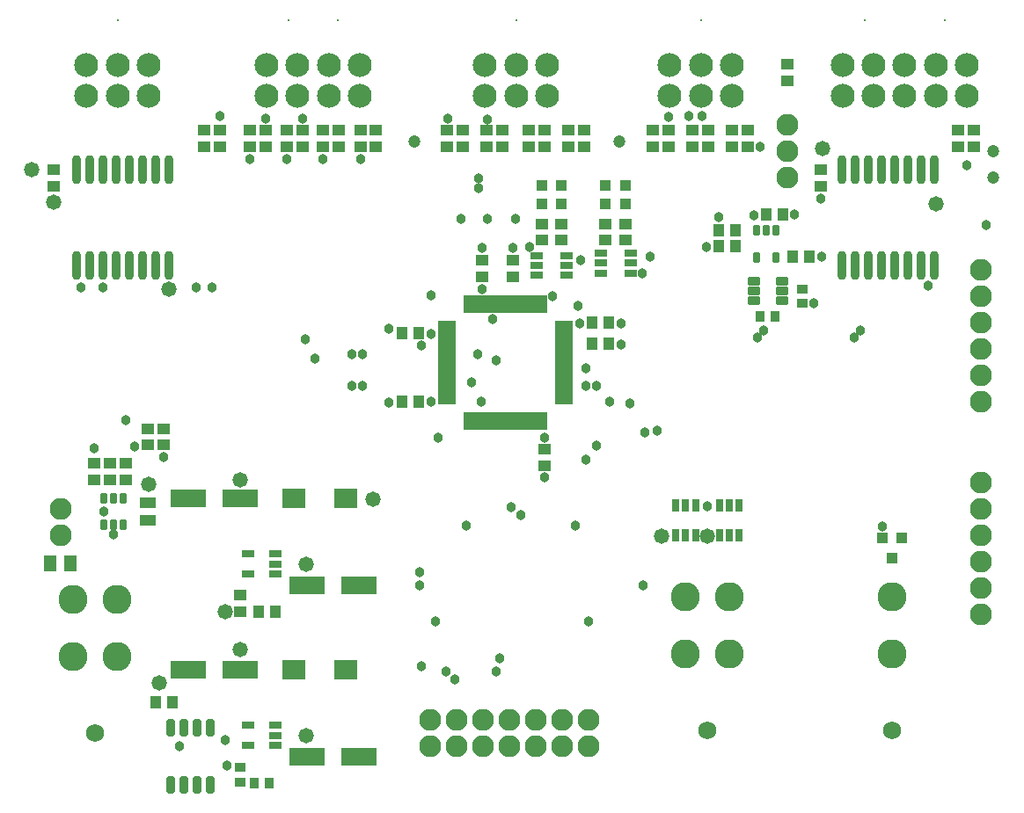
<source format=gts>
G04*
G04 #@! TF.GenerationSoftware,Altium Limited,CircuitStudio,1.5.2 (30)*
G04*
G04 Layer_Color=20142*
%FSLAX25Y25*%
%MOIN*%
G70*
G01*
G75*
%ADD28R,0.03937X0.03937*%
%ADD55R,0.04737X0.04343*%
%ADD56C,0.04737*%
%ADD57O,0.03556X0.11036*%
%ADD58R,0.08674X0.07493*%
%ADD59R,0.13398X0.07099*%
%ADD60R,0.04934X0.06312*%
G04:AMPARAMS|DCode=61|XSize=29.65mil|YSize=39.5mil|CornerRadius=5.95mil|HoleSize=0mil|Usage=FLASHONLY|Rotation=180.000|XOffset=0mil|YOffset=0mil|HoleType=Round|Shape=RoundedRectangle|*
%AMROUNDEDRECTD61*
21,1,0.02965,0.02760,0,0,180.0*
21,1,0.01776,0.03950,0,0,180.0*
1,1,0.01190,-0.00888,0.01380*
1,1,0.01190,0.00888,0.01380*
1,1,0.01190,0.00888,-0.01380*
1,1,0.01190,-0.00888,-0.01380*
%
%ADD61ROUNDEDRECTD61*%
%ADD62R,0.05918X0.04147*%
%ADD63R,0.05131X0.03162*%
%ADD64R,0.04343X0.04737*%
G04:AMPARAMS|DCode=65|XSize=31.62mil|YSize=65.09mil|CornerRadius=6.01mil|HoleSize=0mil|Usage=FLASHONLY|Rotation=0.000|XOffset=0mil|YOffset=0mil|HoleType=Round|Shape=RoundedRectangle|*
%AMROUNDEDRECTD65*
21,1,0.03162,0.05307,0,0,0.0*
21,1,0.01961,0.06509,0,0,0.0*
1,1,0.01202,0.00980,-0.02654*
1,1,0.01202,-0.00980,-0.02654*
1,1,0.01202,-0.00980,0.02654*
1,1,0.01202,0.00980,0.02654*
%
%ADD65ROUNDEDRECTD65*%
%ADD66R,0.03556X0.04343*%
%ADD67R,0.04343X0.03556*%
%ADD68R,0.03162X0.05131*%
%ADD69R,0.03950X0.04343*%
%ADD70R,0.01900X0.06600*%
%ADD71R,0.06600X0.01900*%
%ADD72R,0.05131X0.03162*%
G04:AMPARAMS|DCode=73|XSize=31.62mil|YSize=47.37mil|CornerRadius=6.01mil|HoleSize=0mil|Usage=FLASHONLY|Rotation=270.000|XOffset=0mil|YOffset=0mil|HoleType=Round|Shape=RoundedRectangle|*
%AMROUNDEDRECTD73*
21,1,0.03162,0.03535,0,0,270.0*
21,1,0.01961,0.04737,0,0,270.0*
1,1,0.01202,-0.01768,-0.00980*
1,1,0.01202,-0.01768,0.00980*
1,1,0.01202,0.01768,0.00980*
1,1,0.01202,0.01768,-0.00980*
%
%ADD73ROUNDEDRECTD73*%
%ADD74C,0.08280*%
%ADD75C,0.11036*%
%ADD76C,0.06800*%
%ADD77C,0.00800*%
%ADD78C,0.09068*%
%ADD79C,0.03800*%
%ADD80C,0.05800*%
D28*
X333858Y412402D02*
D03*
Y405709D02*
D03*
X326378Y412402D02*
D03*
Y405709D02*
D03*
X309449Y412402D02*
D03*
Y405709D02*
D03*
X302362Y412402D02*
D03*
Y405709D02*
D03*
D55*
X459842Y427165D02*
D03*
Y433465D02*
D03*
X465748Y433465D02*
D03*
Y427165D02*
D03*
X318331Y433528D02*
D03*
Y427228D02*
D03*
X312331Y433528D02*
D03*
Y427228D02*
D03*
X303331Y433528D02*
D03*
Y427228D02*
D03*
X297331Y433528D02*
D03*
Y427228D02*
D03*
X287331Y433528D02*
D03*
Y427228D02*
D03*
X281331Y433528D02*
D03*
Y427228D02*
D03*
X272331Y433528D02*
D03*
Y427228D02*
D03*
X266331Y433528D02*
D03*
Y427228D02*
D03*
X374331Y427228D02*
D03*
Y433528D02*
D03*
X380331Y427228D02*
D03*
Y433528D02*
D03*
X365331Y427228D02*
D03*
Y433528D02*
D03*
X359331Y427228D02*
D03*
Y433528D02*
D03*
X350331Y427228D02*
D03*
Y433528D02*
D03*
X344331Y427228D02*
D03*
Y433528D02*
D03*
X239370Y427165D02*
D03*
Y433465D02*
D03*
X233465D02*
D03*
Y427165D02*
D03*
X225197D02*
D03*
Y433465D02*
D03*
X219291D02*
D03*
Y427165D02*
D03*
X211417D02*
D03*
Y433465D02*
D03*
X205512Y427165D02*
D03*
Y433465D02*
D03*
X197638Y427165D02*
D03*
Y433465D02*
D03*
X191732D02*
D03*
Y427165D02*
D03*
X180118Y433591D02*
D03*
Y427291D02*
D03*
X174118Y427291D02*
D03*
Y433591D02*
D03*
X132425Y300866D02*
D03*
Y307165D02*
D03*
X138425Y300866D02*
D03*
Y307165D02*
D03*
X144425D02*
D03*
Y300866D02*
D03*
X153055Y320362D02*
D03*
Y314063D02*
D03*
X159055Y314063D02*
D03*
Y320362D02*
D03*
X188000Y257165D02*
D03*
Y250866D02*
D03*
X303331Y306228D02*
D03*
Y312528D02*
D03*
X279528Y384252D02*
D03*
Y377953D02*
D03*
X291339Y384252D02*
D03*
Y377953D02*
D03*
X309449Y391732D02*
D03*
Y398031D02*
D03*
X302362Y391732D02*
D03*
Y398031D02*
D03*
X326378Y391732D02*
D03*
Y398031D02*
D03*
X333858Y391732D02*
D03*
Y398031D02*
D03*
X117323Y418504D02*
D03*
Y412205D02*
D03*
X407874Y418504D02*
D03*
Y412205D02*
D03*
X395331Y452228D02*
D03*
Y458528D02*
D03*
D56*
X331496Y429134D02*
D03*
X253937D02*
D03*
X473331Y415378D02*
D03*
Y425378D02*
D03*
D57*
X160831Y418488D02*
D03*
X155831D02*
D03*
X150831D02*
D03*
X145831D02*
D03*
X140831D02*
D03*
X135831D02*
D03*
X130831D02*
D03*
X125831D02*
D03*
X160831Y382268D02*
D03*
X155831D02*
D03*
X150831D02*
D03*
X145831D02*
D03*
X140831D02*
D03*
X135831D02*
D03*
X130831D02*
D03*
X125831D02*
D03*
X450831Y418488D02*
D03*
X445831D02*
D03*
X440831D02*
D03*
X435831D02*
D03*
X430831D02*
D03*
X425831D02*
D03*
X420831D02*
D03*
X415831D02*
D03*
X450831Y382268D02*
D03*
X445831D02*
D03*
X440831D02*
D03*
X435831D02*
D03*
X430831D02*
D03*
X425831D02*
D03*
X420831D02*
D03*
X415831D02*
D03*
D58*
X208157Y294016D02*
D03*
X227842D02*
D03*
X208157Y229016D02*
D03*
X227842D02*
D03*
D59*
X232842Y261016D02*
D03*
X213158D02*
D03*
X168157Y294016D02*
D03*
X187843D02*
D03*
X232842Y196016D02*
D03*
X213158D02*
D03*
X168157Y229016D02*
D03*
X187843D02*
D03*
D60*
X115945Y269291D02*
D03*
X123425D02*
D03*
D61*
X136260Y283996D02*
D03*
X140000D02*
D03*
X143740D02*
D03*
Y294035D02*
D03*
X140000D02*
D03*
X136260D02*
D03*
X391071Y395398D02*
D03*
X387331D02*
D03*
X383591D02*
D03*
Y385358D02*
D03*
X391071D02*
D03*
D62*
X153000Y285669D02*
D03*
Y292362D02*
D03*
D63*
X201118Y265276D02*
D03*
Y269016D02*
D03*
Y272756D02*
D03*
X190882Y265276D02*
D03*
Y272756D02*
D03*
Y207756D02*
D03*
Y200276D02*
D03*
X201118Y207756D02*
D03*
Y204016D02*
D03*
Y200276D02*
D03*
D64*
X201150Y251016D02*
D03*
X194850D02*
D03*
X155905Y216535D02*
D03*
X162205D02*
D03*
X321181Y352378D02*
D03*
X327480D02*
D03*
Y360378D02*
D03*
X321181D02*
D03*
X249181Y330378D02*
D03*
X255480D02*
D03*
X249181Y356378D02*
D03*
X255480D02*
D03*
X403543Y385433D02*
D03*
X397244D02*
D03*
X393480Y401378D02*
D03*
X387181D02*
D03*
X375480Y395378D02*
D03*
X369181D02*
D03*
X375480Y389378D02*
D03*
X369181D02*
D03*
D65*
X161500Y185287D02*
D03*
X166500D02*
D03*
X171500D02*
D03*
X176500D02*
D03*
X161500Y206744D02*
D03*
X166500D02*
D03*
X171500D02*
D03*
X176500D02*
D03*
D66*
X193244Y186016D02*
D03*
X198756D02*
D03*
X385039Y362992D02*
D03*
X390551D02*
D03*
D67*
X188000Y191772D02*
D03*
Y186260D02*
D03*
X400913Y373236D02*
D03*
Y367724D02*
D03*
D68*
X360433Y279724D02*
D03*
X356693D02*
D03*
X352953D02*
D03*
Y291142D02*
D03*
X356693D02*
D03*
X360433D02*
D03*
X376969Y279724D02*
D03*
X373228D02*
D03*
X369488D02*
D03*
Y291142D02*
D03*
X373228D02*
D03*
X376969D02*
D03*
D69*
X435000Y271063D02*
D03*
X431260Y278937D02*
D03*
X438740D02*
D03*
D70*
X303131Y367478D02*
D03*
X301131D02*
D03*
X299131D02*
D03*
X297231D02*
D03*
X295231D02*
D03*
X293231D02*
D03*
X291331D02*
D03*
X289331D02*
D03*
X287331D02*
D03*
X285331D02*
D03*
X283431D02*
D03*
X281431D02*
D03*
X279431D02*
D03*
X277531D02*
D03*
X275531D02*
D03*
X273531D02*
D03*
Y323278D02*
D03*
X275531D02*
D03*
X277531D02*
D03*
X279431D02*
D03*
X281431D02*
D03*
X283431D02*
D03*
X285331D02*
D03*
X287331D02*
D03*
X289331D02*
D03*
X291331D02*
D03*
X293231D02*
D03*
X295231D02*
D03*
X297231D02*
D03*
X299131D02*
D03*
X301131D02*
D03*
X303131D02*
D03*
D71*
X266231Y360178D02*
D03*
Y358178D02*
D03*
Y356178D02*
D03*
Y354278D02*
D03*
Y352278D02*
D03*
Y350278D02*
D03*
Y348378D02*
D03*
Y346378D02*
D03*
Y344378D02*
D03*
Y342378D02*
D03*
Y340478D02*
D03*
Y338478D02*
D03*
Y336478D02*
D03*
Y334578D02*
D03*
Y332578D02*
D03*
Y330578D02*
D03*
X310431D02*
D03*
Y332578D02*
D03*
Y334578D02*
D03*
Y336478D02*
D03*
Y338478D02*
D03*
Y340478D02*
D03*
Y342378D02*
D03*
Y344378D02*
D03*
Y346378D02*
D03*
Y348378D02*
D03*
Y350278D02*
D03*
Y352278D02*
D03*
Y354278D02*
D03*
Y356178D02*
D03*
Y358178D02*
D03*
Y360178D02*
D03*
D72*
X300197Y378543D02*
D03*
Y382283D02*
D03*
Y386024D02*
D03*
X311614D02*
D03*
Y382283D02*
D03*
Y378543D02*
D03*
X324606Y379331D02*
D03*
Y383071D02*
D03*
Y386811D02*
D03*
X336024D02*
D03*
Y383071D02*
D03*
Y379331D02*
D03*
D73*
X382500Y368740D02*
D03*
Y372480D02*
D03*
Y376220D02*
D03*
X393327D02*
D03*
Y372480D02*
D03*
Y368740D02*
D03*
D74*
X468504Y250000D02*
D03*
Y260000D02*
D03*
Y270000D02*
D03*
Y280000D02*
D03*
Y290000D02*
D03*
Y300000D02*
D03*
Y330709D02*
D03*
Y340709D02*
D03*
Y350709D02*
D03*
Y360709D02*
D03*
Y370709D02*
D03*
Y380709D02*
D03*
X260000Y210000D02*
D03*
X270000D02*
D03*
X280000D02*
D03*
X290000D02*
D03*
X300000D02*
D03*
X310000D02*
D03*
X320000D02*
D03*
Y200000D02*
D03*
X310000D02*
D03*
X300000D02*
D03*
X290000D02*
D03*
X280000D02*
D03*
X270000D02*
D03*
X260000D02*
D03*
X120000Y280000D02*
D03*
Y290000D02*
D03*
X395331Y415378D02*
D03*
Y425378D02*
D03*
Y435378D02*
D03*
D75*
X124732Y233740D02*
D03*
Y255394D02*
D03*
X141268D02*
D03*
Y233740D02*
D03*
X356732Y234724D02*
D03*
Y256378D02*
D03*
X373268D02*
D03*
Y234724D02*
D03*
X435000Y256378D02*
D03*
Y234724D02*
D03*
D76*
X133000Y205000D02*
D03*
X365000Y205984D02*
D03*
X435000D02*
D03*
D77*
X362520Y475197D02*
D03*
X424512D02*
D03*
X454827D02*
D03*
X292520D02*
D03*
X206323D02*
D03*
X224827D02*
D03*
X141520D02*
D03*
D78*
X374331Y458189D02*
D03*
X362520D02*
D03*
X350709D02*
D03*
Y446378D02*
D03*
X362520D02*
D03*
X374331D02*
D03*
X463331Y458189D02*
D03*
X451520D02*
D03*
X439709D02*
D03*
X427898D02*
D03*
X416087D02*
D03*
Y446378D02*
D03*
X427898D02*
D03*
X439709D02*
D03*
X451520D02*
D03*
X463331D02*
D03*
X304331Y458189D02*
D03*
X292520D02*
D03*
X280709D02*
D03*
Y446378D02*
D03*
X292520D02*
D03*
X304331D02*
D03*
X233331Y458189D02*
D03*
X221520D02*
D03*
X209709D02*
D03*
X197898D02*
D03*
Y446378D02*
D03*
X209709D02*
D03*
X221520D02*
D03*
X233331D02*
D03*
X153331Y458189D02*
D03*
X141520D02*
D03*
X129709D02*
D03*
Y446378D02*
D03*
X141520D02*
D03*
X153331D02*
D03*
D79*
X290551Y290551D02*
D03*
X294094Y287402D02*
D03*
X463386Y420079D02*
D03*
X470472Y397638D02*
D03*
X369291Y400394D02*
D03*
X260236Y370866D02*
D03*
X320079Y247244D02*
D03*
X261811D02*
D03*
X343307Y385433D02*
D03*
X256693Y230315D02*
D03*
X255906Y265748D02*
D03*
X262992Y316929D02*
D03*
X269291Y225197D02*
D03*
X265748Y228346D02*
D03*
X159055Y309449D02*
D03*
X314961Y283465D02*
D03*
X273622D02*
D03*
X271654Y400000D02*
D03*
X279134Y330709D02*
D03*
X182087Y202165D02*
D03*
X164961Y200000D02*
D03*
X183071Y192520D02*
D03*
X306299Y370472D02*
D03*
X318898Y308661D02*
D03*
X322835Y313779D02*
D03*
X256692Y351969D02*
D03*
X335433Y329921D02*
D03*
X318898Y343307D02*
D03*
Y336614D02*
D03*
X322835D02*
D03*
X286221Y233071D02*
D03*
X285039Y228346D02*
D03*
X327953Y330578D02*
D03*
X260236D02*
D03*
Y356178D02*
D03*
X303150Y316929D02*
D03*
X316535Y360178D02*
D03*
X279431Y373228D02*
D03*
X266535Y437795D02*
D03*
X281496Y437402D02*
D03*
Y400000D02*
D03*
X292126D02*
D03*
X279528Y388976D02*
D03*
X291339D02*
D03*
X171260Y374016D02*
D03*
X177165D02*
D03*
X127559D02*
D03*
X135831Y374020D02*
D03*
X212598Y354331D02*
D03*
X216142Y346850D02*
D03*
X211417Y437795D02*
D03*
X197638D02*
D03*
X358012Y438839D02*
D03*
X278346Y411417D02*
D03*
Y415354D02*
D03*
X140000Y280079D02*
D03*
X431260Y283307D02*
D03*
X297638Y389370D02*
D03*
X316929Y384252D02*
D03*
X332283Y352362D02*
D03*
Y360236D02*
D03*
X275590Y337795D02*
D03*
X362992Y438976D02*
D03*
X180315D02*
D03*
X191732Y422441D02*
D03*
X205512D02*
D03*
X219291D02*
D03*
X233465D02*
D03*
X244094Y330315D02*
D03*
Y358268D02*
D03*
X350394Y438583D02*
D03*
X407874Y407480D02*
D03*
X382677Y401181D02*
D03*
X408268Y385433D02*
D03*
X397835Y401378D02*
D03*
X405118Y367717D02*
D03*
X364567Y389370D02*
D03*
X144488Y323622D02*
D03*
X277953Y348425D02*
D03*
X285039Y346063D02*
D03*
X315748Y366929D02*
D03*
X386221Y357480D02*
D03*
X383857Y354724D02*
D03*
X422835Y357480D02*
D03*
X420472Y354724D02*
D03*
X303331Y301756D02*
D03*
X341339Y318898D02*
D03*
X283465Y361811D02*
D03*
X346063Y319685D02*
D03*
X340354Y379331D02*
D03*
X230315Y336614D02*
D03*
Y348425D02*
D03*
X234252Y336614D02*
D03*
Y348425D02*
D03*
X255906Y261024D02*
D03*
X364961Y290945D02*
D03*
X340551Y261024D02*
D03*
X448425Y374410D02*
D03*
X385039Y427165D02*
D03*
X148031Y313386D02*
D03*
X132425Y312992D02*
D03*
X136221Y288976D02*
D03*
D80*
X238189Y293701D02*
D03*
X212913Y204016D02*
D03*
X212874Y269016D02*
D03*
X187795Y236614D02*
D03*
X182283Y250787D02*
D03*
X187795Y300787D02*
D03*
X153150Y299213D02*
D03*
X157087Y224016D02*
D03*
X160927Y373325D02*
D03*
X109055Y418504D02*
D03*
X117323Y406299D02*
D03*
X408661Y426378D02*
D03*
X347638Y279528D02*
D03*
X364961D02*
D03*
X451575Y405512D02*
D03*
M02*

</source>
